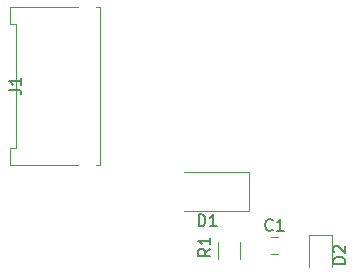
<source format=gbr>
%TF.GenerationSoftware,KiCad,Pcbnew,8.0.5*%
%TF.CreationDate,2024-09-29T17:59:16-05:00*%
%TF.ProjectId,pcb,7063622e-6b69-4636-9164-5f7063625858,rev?*%
%TF.SameCoordinates,Original*%
%TF.FileFunction,Legend,Top*%
%TF.FilePolarity,Positive*%
%FSLAX46Y46*%
G04 Gerber Fmt 4.6, Leading zero omitted, Abs format (unit mm)*
G04 Created by KiCad (PCBNEW 8.0.5) date 2024-09-29 17:59:16*
%MOMM*%
%LPD*%
G01*
G04 APERTURE LIST*
%ADD10C,0.150000*%
%ADD11C,0.120000*%
G04 APERTURE END LIST*
D10*
X104848819Y-110275666D02*
X104372628Y-110608999D01*
X104848819Y-110847094D02*
X103848819Y-110847094D01*
X103848819Y-110847094D02*
X103848819Y-110466142D01*
X103848819Y-110466142D02*
X103896438Y-110370904D01*
X103896438Y-110370904D02*
X103944057Y-110323285D01*
X103944057Y-110323285D02*
X104039295Y-110275666D01*
X104039295Y-110275666D02*
X104182152Y-110275666D01*
X104182152Y-110275666D02*
X104277390Y-110323285D01*
X104277390Y-110323285D02*
X104325009Y-110370904D01*
X104325009Y-110370904D02*
X104372628Y-110466142D01*
X104372628Y-110466142D02*
X104372628Y-110847094D01*
X104848819Y-109323285D02*
X104848819Y-109894713D01*
X104848819Y-109608999D02*
X103848819Y-109608999D01*
X103848819Y-109608999D02*
X103991676Y-109704237D01*
X103991676Y-109704237D02*
X104086914Y-109799475D01*
X104086914Y-109799475D02*
X104134533Y-109894713D01*
X87846819Y-96805333D02*
X88561104Y-96805333D01*
X88561104Y-96805333D02*
X88703961Y-96852952D01*
X88703961Y-96852952D02*
X88799200Y-96948190D01*
X88799200Y-96948190D02*
X88846819Y-97091047D01*
X88846819Y-97091047D02*
X88846819Y-97186285D01*
X88846819Y-95805333D02*
X88846819Y-96376761D01*
X88846819Y-96091047D02*
X87846819Y-96091047D01*
X87846819Y-96091047D02*
X87989676Y-96186285D01*
X87989676Y-96186285D02*
X88084914Y-96281523D01*
X88084914Y-96281523D02*
X88132533Y-96376761D01*
X116277819Y-111530594D02*
X115277819Y-111530594D01*
X115277819Y-111530594D02*
X115277819Y-111292499D01*
X115277819Y-111292499D02*
X115325438Y-111149642D01*
X115325438Y-111149642D02*
X115420676Y-111054404D01*
X115420676Y-111054404D02*
X115515914Y-111006785D01*
X115515914Y-111006785D02*
X115706390Y-110959166D01*
X115706390Y-110959166D02*
X115849247Y-110959166D01*
X115849247Y-110959166D02*
X116039723Y-111006785D01*
X116039723Y-111006785D02*
X116134961Y-111054404D01*
X116134961Y-111054404D02*
X116230200Y-111149642D01*
X116230200Y-111149642D02*
X116277819Y-111292499D01*
X116277819Y-111292499D02*
X116277819Y-111530594D01*
X115373057Y-110578213D02*
X115325438Y-110530594D01*
X115325438Y-110530594D02*
X115277819Y-110435356D01*
X115277819Y-110435356D02*
X115277819Y-110197261D01*
X115277819Y-110197261D02*
X115325438Y-110102023D01*
X115325438Y-110102023D02*
X115373057Y-110054404D01*
X115373057Y-110054404D02*
X115468295Y-110006785D01*
X115468295Y-110006785D02*
X115563533Y-110006785D01*
X115563533Y-110006785D02*
X115706390Y-110054404D01*
X115706390Y-110054404D02*
X116277819Y-110625832D01*
X116277819Y-110625832D02*
X116277819Y-110006785D01*
X103877905Y-108364819D02*
X103877905Y-107364819D01*
X103877905Y-107364819D02*
X104116000Y-107364819D01*
X104116000Y-107364819D02*
X104258857Y-107412438D01*
X104258857Y-107412438D02*
X104354095Y-107507676D01*
X104354095Y-107507676D02*
X104401714Y-107602914D01*
X104401714Y-107602914D02*
X104449333Y-107793390D01*
X104449333Y-107793390D02*
X104449333Y-107936247D01*
X104449333Y-107936247D02*
X104401714Y-108126723D01*
X104401714Y-108126723D02*
X104354095Y-108221961D01*
X104354095Y-108221961D02*
X104258857Y-108317200D01*
X104258857Y-108317200D02*
X104116000Y-108364819D01*
X104116000Y-108364819D02*
X103877905Y-108364819D01*
X105401714Y-108364819D02*
X104830286Y-108364819D01*
X105116000Y-108364819D02*
X105116000Y-107364819D01*
X105116000Y-107364819D02*
X105020762Y-107507676D01*
X105020762Y-107507676D02*
X104925524Y-107602914D01*
X104925524Y-107602914D02*
X104830286Y-107650533D01*
X110130333Y-108661580D02*
X110082714Y-108709200D01*
X110082714Y-108709200D02*
X109939857Y-108756819D01*
X109939857Y-108756819D02*
X109844619Y-108756819D01*
X109844619Y-108756819D02*
X109701762Y-108709200D01*
X109701762Y-108709200D02*
X109606524Y-108613961D01*
X109606524Y-108613961D02*
X109558905Y-108518723D01*
X109558905Y-108518723D02*
X109511286Y-108328247D01*
X109511286Y-108328247D02*
X109511286Y-108185390D01*
X109511286Y-108185390D02*
X109558905Y-107994914D01*
X109558905Y-107994914D02*
X109606524Y-107899676D01*
X109606524Y-107899676D02*
X109701762Y-107804438D01*
X109701762Y-107804438D02*
X109844619Y-107756819D01*
X109844619Y-107756819D02*
X109939857Y-107756819D01*
X109939857Y-107756819D02*
X110082714Y-107804438D01*
X110082714Y-107804438D02*
X110130333Y-107852057D01*
X111082714Y-108756819D02*
X110511286Y-108756819D01*
X110797000Y-108756819D02*
X110797000Y-107756819D01*
X110797000Y-107756819D02*
X110701762Y-107899676D01*
X110701762Y-107899676D02*
X110606524Y-107994914D01*
X110606524Y-107994914D02*
X110511286Y-108042533D01*
D11*
%TO.C,R1*%
X105516000Y-109701436D02*
X105516000Y-111155564D01*
X107336000Y-109701436D02*
X107336000Y-111155564D01*
%TO.C,J1*%
X87892000Y-103157000D02*
X87892000Y-101737000D01*
X93642000Y-103157000D02*
X87892000Y-103157000D01*
X95182000Y-103157000D02*
X95482000Y-103157000D01*
X95482000Y-103157000D02*
X95482000Y-89787000D01*
X87892000Y-101737000D02*
X88392000Y-101737000D01*
X88392000Y-101737000D02*
X88392000Y-91207000D01*
X87892000Y-91207000D02*
X87892000Y-89787000D01*
X88392000Y-91207000D02*
X87892000Y-91207000D01*
X87892000Y-89787000D02*
X93642000Y-89787000D01*
X95482000Y-89787000D02*
X95182000Y-89787000D01*
%TO.C,D2*%
X115133000Y-111792500D02*
X115133000Y-109107500D01*
X113213000Y-109107500D02*
X113213000Y-111792500D01*
X115133000Y-109107500D02*
X113213000Y-109107500D01*
%TO.C,D1*%
X108126000Y-103760000D02*
X102616000Y-103760000D01*
X108126000Y-107060000D02*
X102616000Y-107060000D01*
X108126000Y-107060000D02*
X108126000Y-103760000D01*
%TO.C,C1*%
X110035748Y-110717000D02*
X110558252Y-110717000D01*
X110035748Y-109247000D02*
X110558252Y-109247000D01*
%TD*%
M02*

</source>
